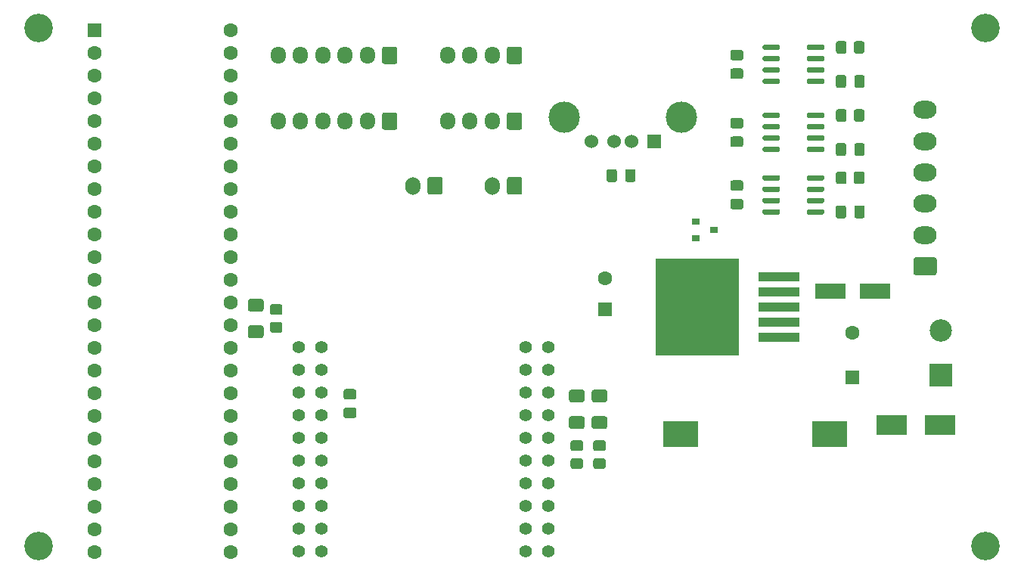
<source format=gbr>
%TF.GenerationSoftware,KiCad,Pcbnew,(5.1.9)-1*%
%TF.CreationDate,2021-03-15T23:27:25+01:00*%
%TF.ProjectId,fendt-teensy-aog-smd,66656e64-742d-4746-9565-6e73792d616f,rev?*%
%TF.SameCoordinates,Original*%
%TF.FileFunction,Soldermask,Top*%
%TF.FilePolarity,Negative*%
%FSLAX46Y46*%
G04 Gerber Fmt 4.6, Leading zero omitted, Abs format (unit mm)*
G04 Created by KiCad (PCBNEW (5.1.9)-1) date 2021-03-15 23:27:25*
%MOMM*%
%LPD*%
G01*
G04 APERTURE LIST*
%ADD10R,4.600000X1.100000*%
%ADD11R,9.400000X10.800000*%
%ADD12C,1.600000*%
%ADD13R,1.600000X1.600000*%
%ADD14C,1.400000*%
%ADD15O,1.700000X1.950000*%
%ADD16R,3.500000X2.300000*%
%ADD17R,3.500000X1.800000*%
%ADD18C,3.200000*%
%ADD19R,2.500000X2.500000*%
%ADD20C,2.500000*%
%ADD21C,3.500000*%
%ADD22R,1.524000X1.524000*%
%ADD23C,1.524000*%
%ADD24O,2.600000X2.000000*%
%ADD25O,1.700000X2.000000*%
%ADD26R,4.000000X3.000000*%
%ADD27R,0.900000X0.800000*%
G04 APERTURE END LIST*
D10*
%TO.C,U2*%
X152841000Y-87220000D03*
X152841000Y-85520000D03*
X152841000Y-83820000D03*
X152841000Y-82120000D03*
X152841000Y-80420000D03*
D11*
X143691000Y-83820000D03*
%TD*%
D12*
%TO.C,U1*%
X91440000Y-52832000D03*
X91440000Y-55372000D03*
X91440000Y-57912000D03*
X91440000Y-60452000D03*
X91440000Y-62992000D03*
X91440000Y-65532000D03*
X91440000Y-68072000D03*
X91440000Y-70612000D03*
X91440000Y-73152000D03*
X91440000Y-75692000D03*
X91440000Y-78232000D03*
X91440000Y-80772000D03*
X91440000Y-83312000D03*
X91440000Y-85852000D03*
D13*
X76200000Y-52832000D03*
D12*
X76200000Y-55372000D03*
X76200000Y-57912000D03*
X76200000Y-60452000D03*
X76200000Y-62992000D03*
X76200000Y-65532000D03*
X76200000Y-68072000D03*
X76200000Y-70612000D03*
X76200000Y-73152000D03*
X76200000Y-75692000D03*
X76200000Y-78232000D03*
X76200000Y-80772000D03*
X76200000Y-83312000D03*
X91440000Y-88392000D03*
X91440000Y-90932000D03*
X91440000Y-93472000D03*
X91440000Y-96012000D03*
X91440000Y-98552000D03*
X91440000Y-101092000D03*
X91440000Y-103632000D03*
X91440000Y-106172000D03*
X91440000Y-108712000D03*
X91440000Y-111252000D03*
X76200000Y-111252000D03*
X76200000Y-108712000D03*
X76200000Y-106172000D03*
X76200000Y-103632000D03*
X76200000Y-85852000D03*
X76200000Y-88392000D03*
X76200000Y-90932000D03*
X76200000Y-101092000D03*
X76200000Y-98552000D03*
X76200000Y-96012000D03*
X76200000Y-93472000D03*
%TD*%
D14*
%TO.C,U3*%
X99060000Y-88265000D03*
X101600000Y-88265000D03*
X99060000Y-90805000D03*
X101600000Y-90805000D03*
X99060000Y-93345000D03*
X101600000Y-93345000D03*
X99060000Y-95885000D03*
X101600000Y-95885000D03*
X99060000Y-98425000D03*
X101600000Y-98425000D03*
X99060000Y-100965000D03*
X101600000Y-100965000D03*
X99060000Y-103505000D03*
X101600000Y-103505000D03*
X99060000Y-106045000D03*
X101600000Y-106045000D03*
X99060000Y-108585000D03*
X101600000Y-108585000D03*
X99060000Y-111125000D03*
X101600000Y-111125000D03*
X124460000Y-88265000D03*
X127000000Y-88265000D03*
X124460000Y-90805000D03*
X127000000Y-90805000D03*
X124460000Y-93345000D03*
X127000000Y-93345000D03*
X124460000Y-95885000D03*
X127000000Y-95885000D03*
X124460000Y-98425000D03*
X127000000Y-98425000D03*
X124460000Y-100965000D03*
X127000000Y-100965000D03*
X124460000Y-103505000D03*
X127000000Y-103505000D03*
X124460000Y-106045000D03*
X127000000Y-106045000D03*
X124460000Y-108585000D03*
X127000000Y-108585000D03*
X127000000Y-111125000D03*
X124460000Y-111125000D03*
%TD*%
%TO.C,J9*%
G36*
G01*
X110070000Y-54901000D02*
X110070000Y-56351000D01*
G75*
G02*
X109820000Y-56601000I-250000J0D01*
G01*
X108620000Y-56601000D01*
G75*
G02*
X108370000Y-56351000I0J250000D01*
G01*
X108370000Y-54901000D01*
G75*
G02*
X108620000Y-54651000I250000J0D01*
G01*
X109820000Y-54651000D01*
G75*
G02*
X110070000Y-54901000I0J-250000D01*
G01*
G37*
D15*
X106720000Y-55626000D03*
X104220000Y-55626000D03*
X101720000Y-55626000D03*
X99220000Y-55626000D03*
X96720000Y-55626000D03*
%TD*%
%TO.C,R2*%
G36*
G01*
X96970001Y-84690000D02*
X96069999Y-84690000D01*
G75*
G02*
X95820000Y-84440001I0J249999D01*
G01*
X95820000Y-83739999D01*
G75*
G02*
X96069999Y-83490000I249999J0D01*
G01*
X96970001Y-83490000D01*
G75*
G02*
X97220000Y-83739999I0J-249999D01*
G01*
X97220000Y-84440001D01*
G75*
G02*
X96970001Y-84690000I-249999J0D01*
G01*
G37*
G36*
G01*
X96970001Y-86690000D02*
X96069999Y-86690000D01*
G75*
G02*
X95820000Y-86440001I0J249999D01*
G01*
X95820000Y-85739999D01*
G75*
G02*
X96069999Y-85490000I249999J0D01*
G01*
X96970001Y-85490000D01*
G75*
G02*
X97220000Y-85739999I0J-249999D01*
G01*
X97220000Y-86440001D01*
G75*
G02*
X96970001Y-86690000I-249999J0D01*
G01*
G37*
%TD*%
%TO.C,R3*%
G36*
G01*
X161182000Y-55187001D02*
X161182000Y-54286999D01*
G75*
G02*
X161431999Y-54037000I249999J0D01*
G01*
X162132001Y-54037000D01*
G75*
G02*
X162382000Y-54286999I0J-249999D01*
G01*
X162382000Y-55187001D01*
G75*
G02*
X162132001Y-55437000I-249999J0D01*
G01*
X161431999Y-55437000D01*
G75*
G02*
X161182000Y-55187001I0J249999D01*
G01*
G37*
G36*
G01*
X159182000Y-55187001D02*
X159182000Y-54286999D01*
G75*
G02*
X159431999Y-54037000I249999J0D01*
G01*
X160132001Y-54037000D01*
G75*
G02*
X160382000Y-54286999I0J-249999D01*
G01*
X160382000Y-55187001D01*
G75*
G02*
X160132001Y-55437000I-249999J0D01*
G01*
X159431999Y-55437000D01*
G75*
G02*
X159182000Y-55187001I0J249999D01*
G01*
G37*
%TD*%
%TO.C,R4*%
G36*
G01*
X161182000Y-69792001D02*
X161182000Y-68891999D01*
G75*
G02*
X161431999Y-68642000I249999J0D01*
G01*
X162132001Y-68642000D01*
G75*
G02*
X162382000Y-68891999I0J-249999D01*
G01*
X162382000Y-69792001D01*
G75*
G02*
X162132001Y-70042000I-249999J0D01*
G01*
X161431999Y-70042000D01*
G75*
G02*
X161182000Y-69792001I0J249999D01*
G01*
G37*
G36*
G01*
X159182000Y-69792001D02*
X159182000Y-68891999D01*
G75*
G02*
X159431999Y-68642000I249999J0D01*
G01*
X160132001Y-68642000D01*
G75*
G02*
X160382000Y-68891999I0J-249999D01*
G01*
X160382000Y-69792001D01*
G75*
G02*
X160132001Y-70042000I-249999J0D01*
G01*
X159431999Y-70042000D01*
G75*
G02*
X159182000Y-69792001I0J249999D01*
G01*
G37*
%TD*%
%TO.C,R5*%
G36*
G01*
X129724999Y-100730000D02*
X130625001Y-100730000D01*
G75*
G02*
X130875000Y-100979999I0J-249999D01*
G01*
X130875000Y-101680001D01*
G75*
G02*
X130625001Y-101930000I-249999J0D01*
G01*
X129724999Y-101930000D01*
G75*
G02*
X129475000Y-101680001I0J249999D01*
G01*
X129475000Y-100979999D01*
G75*
G02*
X129724999Y-100730000I249999J0D01*
G01*
G37*
G36*
G01*
X129724999Y-98730000D02*
X130625001Y-98730000D01*
G75*
G02*
X130875000Y-98979999I0J-249999D01*
G01*
X130875000Y-99680001D01*
G75*
G02*
X130625001Y-99930000I-249999J0D01*
G01*
X129724999Y-99930000D01*
G75*
G02*
X129475000Y-99680001I0J249999D01*
G01*
X129475000Y-98979999D01*
G75*
G02*
X129724999Y-98730000I249999J0D01*
G01*
G37*
%TD*%
%TO.C,R6*%
G36*
G01*
X132264999Y-100730000D02*
X133165001Y-100730000D01*
G75*
G02*
X133415000Y-100979999I0J-249999D01*
G01*
X133415000Y-101680001D01*
G75*
G02*
X133165001Y-101930000I-249999J0D01*
G01*
X132264999Y-101930000D01*
G75*
G02*
X132015000Y-101680001I0J249999D01*
G01*
X132015000Y-100979999D01*
G75*
G02*
X132264999Y-100730000I249999J0D01*
G01*
G37*
G36*
G01*
X132264999Y-98730000D02*
X133165001Y-98730000D01*
G75*
G02*
X133415000Y-98979999I0J-249999D01*
G01*
X133415000Y-99680001D01*
G75*
G02*
X133165001Y-99930000I-249999J0D01*
G01*
X132264999Y-99930000D01*
G75*
G02*
X132015000Y-99680001I0J249999D01*
G01*
X132015000Y-98979999D01*
G75*
G02*
X132264999Y-98730000I249999J0D01*
G01*
G37*
%TD*%
%TO.C,R9*%
G36*
G01*
X161182000Y-62807001D02*
X161182000Y-61906999D01*
G75*
G02*
X161431999Y-61657000I249999J0D01*
G01*
X162132001Y-61657000D01*
G75*
G02*
X162382000Y-61906999I0J-249999D01*
G01*
X162382000Y-62807001D01*
G75*
G02*
X162132001Y-63057000I-249999J0D01*
G01*
X161431999Y-63057000D01*
G75*
G02*
X161182000Y-62807001I0J249999D01*
G01*
G37*
G36*
G01*
X159182000Y-62807001D02*
X159182000Y-61906999D01*
G75*
G02*
X159431999Y-61657000I249999J0D01*
G01*
X160132001Y-61657000D01*
G75*
G02*
X160382000Y-61906999I0J-249999D01*
G01*
X160382000Y-62807001D01*
G75*
G02*
X160132001Y-63057000I-249999J0D01*
G01*
X159431999Y-63057000D01*
G75*
G02*
X159182000Y-62807001I0J249999D01*
G01*
G37*
%TD*%
D13*
%TO.C,C1*%
X161036000Y-91694000D03*
D12*
X161036000Y-86694000D03*
%TD*%
D13*
%TO.C,C2*%
X133350000Y-84074000D03*
D12*
X133350000Y-80574000D03*
%TD*%
%TO.C,C3*%
G36*
G01*
X136753000Y-68613000D02*
X136753000Y-69563000D01*
G75*
G02*
X136503000Y-69813000I-250000J0D01*
G01*
X135828000Y-69813000D01*
G75*
G02*
X135578000Y-69563000I0J250000D01*
G01*
X135578000Y-68613000D01*
G75*
G02*
X135828000Y-68363000I250000J0D01*
G01*
X136503000Y-68363000D01*
G75*
G02*
X136753000Y-68613000I0J-250000D01*
G01*
G37*
G36*
G01*
X134678000Y-68613000D02*
X134678000Y-69563000D01*
G75*
G02*
X134428000Y-69813000I-250000J0D01*
G01*
X133753000Y-69813000D01*
G75*
G02*
X133503000Y-69563000I0J250000D01*
G01*
X133503000Y-68613000D01*
G75*
G02*
X133753000Y-68363000I250000J0D01*
G01*
X134428000Y-68363000D01*
G75*
G02*
X134678000Y-68613000I0J-250000D01*
G01*
G37*
%TD*%
%TO.C,C4*%
G36*
G01*
X148557000Y-72872000D02*
X147607000Y-72872000D01*
G75*
G02*
X147357000Y-72622000I0J250000D01*
G01*
X147357000Y-71947000D01*
G75*
G02*
X147607000Y-71697000I250000J0D01*
G01*
X148557000Y-71697000D01*
G75*
G02*
X148807000Y-71947000I0J-250000D01*
G01*
X148807000Y-72622000D01*
G75*
G02*
X148557000Y-72872000I-250000J0D01*
G01*
G37*
G36*
G01*
X148557000Y-70797000D02*
X147607000Y-70797000D01*
G75*
G02*
X147357000Y-70547000I0J250000D01*
G01*
X147357000Y-69872000D01*
G75*
G02*
X147607000Y-69622000I250000J0D01*
G01*
X148557000Y-69622000D01*
G75*
G02*
X148807000Y-69872000I0J-250000D01*
G01*
X148807000Y-70547000D01*
G75*
G02*
X148557000Y-70797000I-250000J0D01*
G01*
G37*
%TD*%
%TO.C,C5*%
G36*
G01*
X148557000Y-63812000D02*
X147607000Y-63812000D01*
G75*
G02*
X147357000Y-63562000I0J250000D01*
G01*
X147357000Y-62887000D01*
G75*
G02*
X147607000Y-62637000I250000J0D01*
G01*
X148557000Y-62637000D01*
G75*
G02*
X148807000Y-62887000I0J-250000D01*
G01*
X148807000Y-63562000D01*
G75*
G02*
X148557000Y-63812000I-250000J0D01*
G01*
G37*
G36*
G01*
X148557000Y-65887000D02*
X147607000Y-65887000D01*
G75*
G02*
X147357000Y-65637000I0J250000D01*
G01*
X147357000Y-64962000D01*
G75*
G02*
X147607000Y-64712000I250000J0D01*
G01*
X148557000Y-64712000D01*
G75*
G02*
X148807000Y-64962000I0J-250000D01*
G01*
X148807000Y-65637000D01*
G75*
G02*
X148557000Y-65887000I-250000J0D01*
G01*
G37*
%TD*%
%TO.C,C6*%
G36*
G01*
X148557000Y-58267000D02*
X147607000Y-58267000D01*
G75*
G02*
X147357000Y-58017000I0J250000D01*
G01*
X147357000Y-57342000D01*
G75*
G02*
X147607000Y-57092000I250000J0D01*
G01*
X148557000Y-57092000D01*
G75*
G02*
X148807000Y-57342000I0J-250000D01*
G01*
X148807000Y-58017000D01*
G75*
G02*
X148557000Y-58267000I-250000J0D01*
G01*
G37*
G36*
G01*
X148557000Y-56192000D02*
X147607000Y-56192000D01*
G75*
G02*
X147357000Y-55942000I0J250000D01*
G01*
X147357000Y-55267000D01*
G75*
G02*
X147607000Y-55017000I250000J0D01*
G01*
X148557000Y-55017000D01*
G75*
G02*
X148807000Y-55267000I0J-250000D01*
G01*
X148807000Y-55942000D01*
G75*
G02*
X148557000Y-56192000I-250000J0D01*
G01*
G37*
%TD*%
%TO.C,C7*%
G36*
G01*
X161232000Y-59022000D02*
X161232000Y-58072000D01*
G75*
G02*
X161482000Y-57822000I250000J0D01*
G01*
X162157000Y-57822000D01*
G75*
G02*
X162407000Y-58072000I0J-250000D01*
G01*
X162407000Y-59022000D01*
G75*
G02*
X162157000Y-59272000I-250000J0D01*
G01*
X161482000Y-59272000D01*
G75*
G02*
X161232000Y-59022000I0J250000D01*
G01*
G37*
G36*
G01*
X159157000Y-59022000D02*
X159157000Y-58072000D01*
G75*
G02*
X159407000Y-57822000I250000J0D01*
G01*
X160082000Y-57822000D01*
G75*
G02*
X160332000Y-58072000I0J-250000D01*
G01*
X160332000Y-59022000D01*
G75*
G02*
X160082000Y-59272000I-250000J0D01*
G01*
X159407000Y-59272000D01*
G75*
G02*
X159157000Y-59022000I0J250000D01*
G01*
G37*
%TD*%
%TO.C,C8*%
G36*
G01*
X159157000Y-66642000D02*
X159157000Y-65692000D01*
G75*
G02*
X159407000Y-65442000I250000J0D01*
G01*
X160082000Y-65442000D01*
G75*
G02*
X160332000Y-65692000I0J-250000D01*
G01*
X160332000Y-66642000D01*
G75*
G02*
X160082000Y-66892000I-250000J0D01*
G01*
X159407000Y-66892000D01*
G75*
G02*
X159157000Y-66642000I0J250000D01*
G01*
G37*
G36*
G01*
X161232000Y-66642000D02*
X161232000Y-65692000D01*
G75*
G02*
X161482000Y-65442000I250000J0D01*
G01*
X162157000Y-65442000D01*
G75*
G02*
X162407000Y-65692000I0J-250000D01*
G01*
X162407000Y-66642000D01*
G75*
G02*
X162157000Y-66892000I-250000J0D01*
G01*
X161482000Y-66892000D01*
G75*
G02*
X161232000Y-66642000I0J250000D01*
G01*
G37*
%TD*%
%TO.C,C9*%
G36*
G01*
X161232000Y-73627000D02*
X161232000Y-72677000D01*
G75*
G02*
X161482000Y-72427000I250000J0D01*
G01*
X162157000Y-72427000D01*
G75*
G02*
X162407000Y-72677000I0J-250000D01*
G01*
X162407000Y-73627000D01*
G75*
G02*
X162157000Y-73877000I-250000J0D01*
G01*
X161482000Y-73877000D01*
G75*
G02*
X161232000Y-73627000I0J250000D01*
G01*
G37*
G36*
G01*
X159157000Y-73627000D02*
X159157000Y-72677000D01*
G75*
G02*
X159407000Y-72427000I250000J0D01*
G01*
X160082000Y-72427000D01*
G75*
G02*
X160332000Y-72677000I0J-250000D01*
G01*
X160332000Y-73627000D01*
G75*
G02*
X160082000Y-73877000I-250000J0D01*
G01*
X159407000Y-73877000D01*
G75*
G02*
X159157000Y-73627000I0J250000D01*
G01*
G37*
%TD*%
%TO.C,C10*%
G36*
G01*
X104300000Y-95065000D02*
X105250000Y-95065000D01*
G75*
G02*
X105500000Y-95315000I0J-250000D01*
G01*
X105500000Y-95990000D01*
G75*
G02*
X105250000Y-96240000I-250000J0D01*
G01*
X104300000Y-96240000D01*
G75*
G02*
X104050000Y-95990000I0J250000D01*
G01*
X104050000Y-95315000D01*
G75*
G02*
X104300000Y-95065000I250000J0D01*
G01*
G37*
G36*
G01*
X104300000Y-92990000D02*
X105250000Y-92990000D01*
G75*
G02*
X105500000Y-93240000I0J-250000D01*
G01*
X105500000Y-93915000D01*
G75*
G02*
X105250000Y-94165000I-250000J0D01*
G01*
X104300000Y-94165000D01*
G75*
G02*
X104050000Y-93915000I0J250000D01*
G01*
X104050000Y-93240000D01*
G75*
G02*
X104300000Y-92990000I250000J0D01*
G01*
G37*
%TD*%
D16*
%TO.C,D2*%
X170848000Y-97028000D03*
X165448000Y-97028000D03*
%TD*%
D17*
%TO.C,D3*%
X158536000Y-82042000D03*
X163536000Y-82042000D03*
%TD*%
%TO.C,D4*%
G36*
G01*
X94859000Y-87290000D02*
X93609000Y-87290000D01*
G75*
G02*
X93359000Y-87040000I0J250000D01*
G01*
X93359000Y-86115000D01*
G75*
G02*
X93609000Y-85865000I250000J0D01*
G01*
X94859000Y-85865000D01*
G75*
G02*
X95109000Y-86115000I0J-250000D01*
G01*
X95109000Y-87040000D01*
G75*
G02*
X94859000Y-87290000I-250000J0D01*
G01*
G37*
G36*
G01*
X94859000Y-84315000D02*
X93609000Y-84315000D01*
G75*
G02*
X93359000Y-84065000I0J250000D01*
G01*
X93359000Y-83140000D01*
G75*
G02*
X93609000Y-82890000I250000J0D01*
G01*
X94859000Y-82890000D01*
G75*
G02*
X95109000Y-83140000I0J-250000D01*
G01*
X95109000Y-84065000D01*
G75*
G02*
X94859000Y-84315000I-250000J0D01*
G01*
G37*
%TD*%
%TO.C,D5*%
G36*
G01*
X130800000Y-94475000D02*
X129550000Y-94475000D01*
G75*
G02*
X129300000Y-94225000I0J250000D01*
G01*
X129300000Y-93300000D01*
G75*
G02*
X129550000Y-93050000I250000J0D01*
G01*
X130800000Y-93050000D01*
G75*
G02*
X131050000Y-93300000I0J-250000D01*
G01*
X131050000Y-94225000D01*
G75*
G02*
X130800000Y-94475000I-250000J0D01*
G01*
G37*
G36*
G01*
X130800000Y-97450000D02*
X129550000Y-97450000D01*
G75*
G02*
X129300000Y-97200000I0J250000D01*
G01*
X129300000Y-96275000D01*
G75*
G02*
X129550000Y-96025000I250000J0D01*
G01*
X130800000Y-96025000D01*
G75*
G02*
X131050000Y-96275000I0J-250000D01*
G01*
X131050000Y-97200000D01*
G75*
G02*
X130800000Y-97450000I-250000J0D01*
G01*
G37*
%TD*%
%TO.C,D6*%
G36*
G01*
X133340000Y-97450000D02*
X132090000Y-97450000D01*
G75*
G02*
X131840000Y-97200000I0J250000D01*
G01*
X131840000Y-96275000D01*
G75*
G02*
X132090000Y-96025000I250000J0D01*
G01*
X133340000Y-96025000D01*
G75*
G02*
X133590000Y-96275000I0J-250000D01*
G01*
X133590000Y-97200000D01*
G75*
G02*
X133340000Y-97450000I-250000J0D01*
G01*
G37*
G36*
G01*
X133340000Y-94475000D02*
X132090000Y-94475000D01*
G75*
G02*
X131840000Y-94225000I0J250000D01*
G01*
X131840000Y-93300000D01*
G75*
G02*
X132090000Y-93050000I250000J0D01*
G01*
X133340000Y-93050000D01*
G75*
G02*
X133590000Y-93300000I0J-250000D01*
G01*
X133590000Y-94225000D01*
G75*
G02*
X133340000Y-94475000I-250000J0D01*
G01*
G37*
%TD*%
D18*
%TO.C,H1*%
X69930000Y-110562000D03*
%TD*%
%TO.C,H2*%
X175930000Y-110562000D03*
%TD*%
%TO.C,H3*%
X69930000Y-52562000D03*
%TD*%
%TO.C,H4*%
X175930000Y-52562000D03*
%TD*%
D19*
%TO.C,J1*%
X170942000Y-91440000D03*
D20*
X170942000Y-86440000D03*
%TD*%
%TO.C,J2*%
G36*
G01*
X124040000Y-54901000D02*
X124040000Y-56351000D01*
G75*
G02*
X123790000Y-56601000I-250000J0D01*
G01*
X122590000Y-56601000D01*
G75*
G02*
X122340000Y-56351000I0J250000D01*
G01*
X122340000Y-54901000D01*
G75*
G02*
X122590000Y-54651000I250000J0D01*
G01*
X123790000Y-54651000D01*
G75*
G02*
X124040000Y-54901000I0J-250000D01*
G01*
G37*
D15*
X120690000Y-55626000D03*
X118190000Y-55626000D03*
X115690000Y-55626000D03*
%TD*%
D21*
%TO.C,J3*%
X128741000Y-62568000D03*
X141881000Y-62568000D03*
D22*
X138811000Y-65278000D03*
D23*
X136311000Y-65278000D03*
X134311000Y-65278000D03*
X131811000Y-65278000D03*
%TD*%
D15*
%TO.C,J4*%
X115690000Y-62992000D03*
X118190000Y-62992000D03*
X120690000Y-62992000D03*
G36*
G01*
X124040000Y-62267000D02*
X124040000Y-63717000D01*
G75*
G02*
X123790000Y-63967000I-250000J0D01*
G01*
X122590000Y-63967000D01*
G75*
G02*
X122340000Y-63717000I0J250000D01*
G01*
X122340000Y-62267000D01*
G75*
G02*
X122590000Y-62017000I250000J0D01*
G01*
X123790000Y-62017000D01*
G75*
G02*
X124040000Y-62267000I0J-250000D01*
G01*
G37*
%TD*%
%TO.C,J5*%
G36*
G01*
X170214000Y-80248000D02*
X168114000Y-80248000D01*
G75*
G02*
X167864000Y-79998000I0J250000D01*
G01*
X167864000Y-78498000D01*
G75*
G02*
X168114000Y-78248000I250000J0D01*
G01*
X170214000Y-78248000D01*
G75*
G02*
X170464000Y-78498000I0J-250000D01*
G01*
X170464000Y-79998000D01*
G75*
G02*
X170214000Y-80248000I-250000J0D01*
G01*
G37*
D24*
X169164000Y-75748000D03*
X169164000Y-72248000D03*
X169164000Y-68748000D03*
X169164000Y-65248000D03*
X169164000Y-61748000D03*
%TD*%
D25*
%TO.C,J6*%
X111800000Y-70231000D03*
G36*
G01*
X115150000Y-69481000D02*
X115150000Y-70981000D01*
G75*
G02*
X114900000Y-71231000I-250000J0D01*
G01*
X113700000Y-71231000D01*
G75*
G02*
X113450000Y-70981000I0J250000D01*
G01*
X113450000Y-69481000D01*
G75*
G02*
X113700000Y-69231000I250000J0D01*
G01*
X114900000Y-69231000D01*
G75*
G02*
X115150000Y-69481000I0J-250000D01*
G01*
G37*
%TD*%
D15*
%TO.C,J7*%
X96720000Y-62992000D03*
X99220000Y-62992000D03*
X101720000Y-62992000D03*
X104220000Y-62992000D03*
X106720000Y-62992000D03*
G36*
G01*
X110070000Y-62267000D02*
X110070000Y-63717000D01*
G75*
G02*
X109820000Y-63967000I-250000J0D01*
G01*
X108620000Y-63967000D01*
G75*
G02*
X108370000Y-63717000I0J250000D01*
G01*
X108370000Y-62267000D01*
G75*
G02*
X108620000Y-62017000I250000J0D01*
G01*
X109820000Y-62017000D01*
G75*
G02*
X110070000Y-62267000I0J-250000D01*
G01*
G37*
%TD*%
%TO.C,J8*%
G36*
G01*
X124060000Y-69482000D02*
X124060000Y-70982000D01*
G75*
G02*
X123810000Y-71232000I-250000J0D01*
G01*
X122610000Y-71232000D01*
G75*
G02*
X122360000Y-70982000I0J250000D01*
G01*
X122360000Y-69482000D01*
G75*
G02*
X122610000Y-69232000I250000J0D01*
G01*
X123810000Y-69232000D01*
G75*
G02*
X124060000Y-69482000I0J-250000D01*
G01*
G37*
D25*
X120710000Y-70232000D03*
%TD*%
D26*
%TO.C,L1*%
X141784000Y-98044000D03*
X158444000Y-98044000D03*
%TD*%
D27*
%TO.C,Q1*%
X143526000Y-74234000D03*
X143526000Y-76134000D03*
X145526000Y-75184000D03*
%TD*%
%TO.C,U4*%
G36*
G01*
X150982000Y-54887000D02*
X150982000Y-54587000D01*
G75*
G02*
X151132000Y-54437000I150000J0D01*
G01*
X152782000Y-54437000D01*
G75*
G02*
X152932000Y-54587000I0J-150000D01*
G01*
X152932000Y-54887000D01*
G75*
G02*
X152782000Y-55037000I-150000J0D01*
G01*
X151132000Y-55037000D01*
G75*
G02*
X150982000Y-54887000I0J150000D01*
G01*
G37*
G36*
G01*
X150982000Y-56157000D02*
X150982000Y-55857000D01*
G75*
G02*
X151132000Y-55707000I150000J0D01*
G01*
X152782000Y-55707000D01*
G75*
G02*
X152932000Y-55857000I0J-150000D01*
G01*
X152932000Y-56157000D01*
G75*
G02*
X152782000Y-56307000I-150000J0D01*
G01*
X151132000Y-56307000D01*
G75*
G02*
X150982000Y-56157000I0J150000D01*
G01*
G37*
G36*
G01*
X150982000Y-57427000D02*
X150982000Y-57127000D01*
G75*
G02*
X151132000Y-56977000I150000J0D01*
G01*
X152782000Y-56977000D01*
G75*
G02*
X152932000Y-57127000I0J-150000D01*
G01*
X152932000Y-57427000D01*
G75*
G02*
X152782000Y-57577000I-150000J0D01*
G01*
X151132000Y-57577000D01*
G75*
G02*
X150982000Y-57427000I0J150000D01*
G01*
G37*
G36*
G01*
X150982000Y-58697000D02*
X150982000Y-58397000D01*
G75*
G02*
X151132000Y-58247000I150000J0D01*
G01*
X152782000Y-58247000D01*
G75*
G02*
X152932000Y-58397000I0J-150000D01*
G01*
X152932000Y-58697000D01*
G75*
G02*
X152782000Y-58847000I-150000J0D01*
G01*
X151132000Y-58847000D01*
G75*
G02*
X150982000Y-58697000I0J150000D01*
G01*
G37*
G36*
G01*
X155932000Y-58697000D02*
X155932000Y-58397000D01*
G75*
G02*
X156082000Y-58247000I150000J0D01*
G01*
X157732000Y-58247000D01*
G75*
G02*
X157882000Y-58397000I0J-150000D01*
G01*
X157882000Y-58697000D01*
G75*
G02*
X157732000Y-58847000I-150000J0D01*
G01*
X156082000Y-58847000D01*
G75*
G02*
X155932000Y-58697000I0J150000D01*
G01*
G37*
G36*
G01*
X155932000Y-57427000D02*
X155932000Y-57127000D01*
G75*
G02*
X156082000Y-56977000I150000J0D01*
G01*
X157732000Y-56977000D01*
G75*
G02*
X157882000Y-57127000I0J-150000D01*
G01*
X157882000Y-57427000D01*
G75*
G02*
X157732000Y-57577000I-150000J0D01*
G01*
X156082000Y-57577000D01*
G75*
G02*
X155932000Y-57427000I0J150000D01*
G01*
G37*
G36*
G01*
X155932000Y-56157000D02*
X155932000Y-55857000D01*
G75*
G02*
X156082000Y-55707000I150000J0D01*
G01*
X157732000Y-55707000D01*
G75*
G02*
X157882000Y-55857000I0J-150000D01*
G01*
X157882000Y-56157000D01*
G75*
G02*
X157732000Y-56307000I-150000J0D01*
G01*
X156082000Y-56307000D01*
G75*
G02*
X155932000Y-56157000I0J150000D01*
G01*
G37*
G36*
G01*
X155932000Y-54887000D02*
X155932000Y-54587000D01*
G75*
G02*
X156082000Y-54437000I150000J0D01*
G01*
X157732000Y-54437000D01*
G75*
G02*
X157882000Y-54587000I0J-150000D01*
G01*
X157882000Y-54887000D01*
G75*
G02*
X157732000Y-55037000I-150000J0D01*
G01*
X156082000Y-55037000D01*
G75*
G02*
X155932000Y-54887000I0J150000D01*
G01*
G37*
%TD*%
%TO.C,U5*%
G36*
G01*
X150982000Y-69492000D02*
X150982000Y-69192000D01*
G75*
G02*
X151132000Y-69042000I150000J0D01*
G01*
X152782000Y-69042000D01*
G75*
G02*
X152932000Y-69192000I0J-150000D01*
G01*
X152932000Y-69492000D01*
G75*
G02*
X152782000Y-69642000I-150000J0D01*
G01*
X151132000Y-69642000D01*
G75*
G02*
X150982000Y-69492000I0J150000D01*
G01*
G37*
G36*
G01*
X150982000Y-70762000D02*
X150982000Y-70462000D01*
G75*
G02*
X151132000Y-70312000I150000J0D01*
G01*
X152782000Y-70312000D01*
G75*
G02*
X152932000Y-70462000I0J-150000D01*
G01*
X152932000Y-70762000D01*
G75*
G02*
X152782000Y-70912000I-150000J0D01*
G01*
X151132000Y-70912000D01*
G75*
G02*
X150982000Y-70762000I0J150000D01*
G01*
G37*
G36*
G01*
X150982000Y-72032000D02*
X150982000Y-71732000D01*
G75*
G02*
X151132000Y-71582000I150000J0D01*
G01*
X152782000Y-71582000D01*
G75*
G02*
X152932000Y-71732000I0J-150000D01*
G01*
X152932000Y-72032000D01*
G75*
G02*
X152782000Y-72182000I-150000J0D01*
G01*
X151132000Y-72182000D01*
G75*
G02*
X150982000Y-72032000I0J150000D01*
G01*
G37*
G36*
G01*
X150982000Y-73302000D02*
X150982000Y-73002000D01*
G75*
G02*
X151132000Y-72852000I150000J0D01*
G01*
X152782000Y-72852000D01*
G75*
G02*
X152932000Y-73002000I0J-150000D01*
G01*
X152932000Y-73302000D01*
G75*
G02*
X152782000Y-73452000I-150000J0D01*
G01*
X151132000Y-73452000D01*
G75*
G02*
X150982000Y-73302000I0J150000D01*
G01*
G37*
G36*
G01*
X155932000Y-73302000D02*
X155932000Y-73002000D01*
G75*
G02*
X156082000Y-72852000I150000J0D01*
G01*
X157732000Y-72852000D01*
G75*
G02*
X157882000Y-73002000I0J-150000D01*
G01*
X157882000Y-73302000D01*
G75*
G02*
X157732000Y-73452000I-150000J0D01*
G01*
X156082000Y-73452000D01*
G75*
G02*
X155932000Y-73302000I0J150000D01*
G01*
G37*
G36*
G01*
X155932000Y-72032000D02*
X155932000Y-71732000D01*
G75*
G02*
X156082000Y-71582000I150000J0D01*
G01*
X157732000Y-71582000D01*
G75*
G02*
X157882000Y-71732000I0J-150000D01*
G01*
X157882000Y-72032000D01*
G75*
G02*
X157732000Y-72182000I-150000J0D01*
G01*
X156082000Y-72182000D01*
G75*
G02*
X155932000Y-72032000I0J150000D01*
G01*
G37*
G36*
G01*
X155932000Y-70762000D02*
X155932000Y-70462000D01*
G75*
G02*
X156082000Y-70312000I150000J0D01*
G01*
X157732000Y-70312000D01*
G75*
G02*
X157882000Y-70462000I0J-150000D01*
G01*
X157882000Y-70762000D01*
G75*
G02*
X157732000Y-70912000I-150000J0D01*
G01*
X156082000Y-70912000D01*
G75*
G02*
X155932000Y-70762000I0J150000D01*
G01*
G37*
G36*
G01*
X155932000Y-69492000D02*
X155932000Y-69192000D01*
G75*
G02*
X156082000Y-69042000I150000J0D01*
G01*
X157732000Y-69042000D01*
G75*
G02*
X157882000Y-69192000I0J-150000D01*
G01*
X157882000Y-69492000D01*
G75*
G02*
X157732000Y-69642000I-150000J0D01*
G01*
X156082000Y-69642000D01*
G75*
G02*
X155932000Y-69492000I0J150000D01*
G01*
G37*
%TD*%
%TO.C,U6*%
G36*
G01*
X155932000Y-62507000D02*
X155932000Y-62207000D01*
G75*
G02*
X156082000Y-62057000I150000J0D01*
G01*
X157732000Y-62057000D01*
G75*
G02*
X157882000Y-62207000I0J-150000D01*
G01*
X157882000Y-62507000D01*
G75*
G02*
X157732000Y-62657000I-150000J0D01*
G01*
X156082000Y-62657000D01*
G75*
G02*
X155932000Y-62507000I0J150000D01*
G01*
G37*
G36*
G01*
X155932000Y-63777000D02*
X155932000Y-63477000D01*
G75*
G02*
X156082000Y-63327000I150000J0D01*
G01*
X157732000Y-63327000D01*
G75*
G02*
X157882000Y-63477000I0J-150000D01*
G01*
X157882000Y-63777000D01*
G75*
G02*
X157732000Y-63927000I-150000J0D01*
G01*
X156082000Y-63927000D01*
G75*
G02*
X155932000Y-63777000I0J150000D01*
G01*
G37*
G36*
G01*
X155932000Y-65047000D02*
X155932000Y-64747000D01*
G75*
G02*
X156082000Y-64597000I150000J0D01*
G01*
X157732000Y-64597000D01*
G75*
G02*
X157882000Y-64747000I0J-150000D01*
G01*
X157882000Y-65047000D01*
G75*
G02*
X157732000Y-65197000I-150000J0D01*
G01*
X156082000Y-65197000D01*
G75*
G02*
X155932000Y-65047000I0J150000D01*
G01*
G37*
G36*
G01*
X155932000Y-66317000D02*
X155932000Y-66017000D01*
G75*
G02*
X156082000Y-65867000I150000J0D01*
G01*
X157732000Y-65867000D01*
G75*
G02*
X157882000Y-66017000I0J-150000D01*
G01*
X157882000Y-66317000D01*
G75*
G02*
X157732000Y-66467000I-150000J0D01*
G01*
X156082000Y-66467000D01*
G75*
G02*
X155932000Y-66317000I0J150000D01*
G01*
G37*
G36*
G01*
X150982000Y-66317000D02*
X150982000Y-66017000D01*
G75*
G02*
X151132000Y-65867000I150000J0D01*
G01*
X152782000Y-65867000D01*
G75*
G02*
X152932000Y-66017000I0J-150000D01*
G01*
X152932000Y-66317000D01*
G75*
G02*
X152782000Y-66467000I-150000J0D01*
G01*
X151132000Y-66467000D01*
G75*
G02*
X150982000Y-66317000I0J150000D01*
G01*
G37*
G36*
G01*
X150982000Y-65047000D02*
X150982000Y-64747000D01*
G75*
G02*
X151132000Y-64597000I150000J0D01*
G01*
X152782000Y-64597000D01*
G75*
G02*
X152932000Y-64747000I0J-150000D01*
G01*
X152932000Y-65047000D01*
G75*
G02*
X152782000Y-65197000I-150000J0D01*
G01*
X151132000Y-65197000D01*
G75*
G02*
X150982000Y-65047000I0J150000D01*
G01*
G37*
G36*
G01*
X150982000Y-63777000D02*
X150982000Y-63477000D01*
G75*
G02*
X151132000Y-63327000I150000J0D01*
G01*
X152782000Y-63327000D01*
G75*
G02*
X152932000Y-63477000I0J-150000D01*
G01*
X152932000Y-63777000D01*
G75*
G02*
X152782000Y-63927000I-150000J0D01*
G01*
X151132000Y-63927000D01*
G75*
G02*
X150982000Y-63777000I0J150000D01*
G01*
G37*
G36*
G01*
X150982000Y-62507000D02*
X150982000Y-62207000D01*
G75*
G02*
X151132000Y-62057000I150000J0D01*
G01*
X152782000Y-62057000D01*
G75*
G02*
X152932000Y-62207000I0J-150000D01*
G01*
X152932000Y-62507000D01*
G75*
G02*
X152782000Y-62657000I-150000J0D01*
G01*
X151132000Y-62657000D01*
G75*
G02*
X150982000Y-62507000I0J150000D01*
G01*
G37*
%TD*%
M02*

</source>
